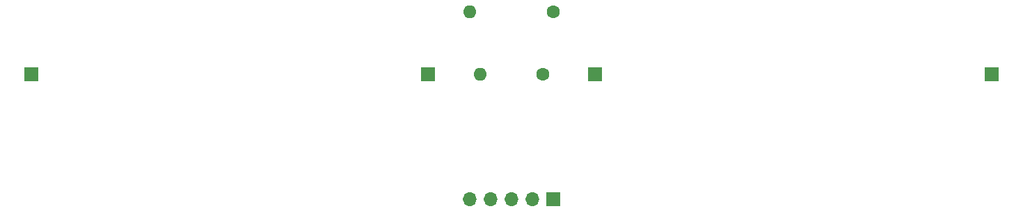
<source format=gbr>
%TF.GenerationSoftware,KiCad,Pcbnew,(6.0.5)*%
%TF.CreationDate,2022-08-08T19:37:45+02:00*%
%TF.ProjectId,Solar,536f6c61-722e-46b6-9963-61645f706362,rev?*%
%TF.SameCoordinates,Original*%
%TF.FileFunction,Copper,L2,Bot*%
%TF.FilePolarity,Positive*%
%FSLAX46Y46*%
G04 Gerber Fmt 4.6, Leading zero omitted, Abs format (unit mm)*
G04 Created by KiCad (PCBNEW (6.0.5)) date 2022-08-08 19:37:45*
%MOMM*%
%LPD*%
G01*
G04 APERTURE LIST*
%TA.AperFunction,ComponentPad*%
%ADD10R,1.700000X1.700000*%
%TD*%
%TA.AperFunction,ComponentPad*%
%ADD11O,1.700000X1.700000*%
%TD*%
%TA.AperFunction,ComponentPad*%
%ADD12C,1.600000*%
%TD*%
%TA.AperFunction,ComponentPad*%
%ADD13O,1.600000X1.600000*%
%TD*%
G04 APERTURE END LIST*
D10*
%TO.P,SolarPanelConnector1,1,Pin_1*%
%TO.N,Net-(R1-Pad2)*%
X149855000Y-119380000D03*
D11*
%TO.P,SolarPanelConnector1,2,Pin_2*%
X147315000Y-119380000D03*
%TO.P,SolarPanelConnector1,3,Pin_3*%
%TO.N,unconnected-(SolarPanelConnector1-Pad3)*%
X144775000Y-119380000D03*
%TO.P,SolarPanelConnector1,4,Pin_4*%
%TO.N,unconnected-(SolarPanelConnector1-Pad4)*%
X142235000Y-119380000D03*
%TO.P,SolarPanelConnector1,5,Pin_5*%
%TO.N,/Solar2Neg*%
X139695000Y-119380000D03*
%TD*%
D10*
%TO.P,Solar1conn1,1,Pin_1*%
%TO.N,/Solar1Pos*%
X203200000Y-104140000D03*
%TD*%
%TO.P,SolarJoin1,1,Pin_1*%
%TO.N,Net-(SC1-Pad2)*%
X134620000Y-104140000D03*
%TD*%
D12*
%TO.P,R1,1*%
%TO.N,/Solar1Pos*%
X149860000Y-96520000D03*
D13*
%TO.P,R1,2*%
%TO.N,Net-(R1-Pad2)*%
X139700000Y-96520000D03*
%TD*%
D10*
%TO.P,Solar2conn1,1,Pin_1*%
%TO.N,/Solar2Neg*%
X86360000Y-104140000D03*
%TD*%
%TO.P,SolarJoin2,1,Pin_1*%
%TO.N,Net-(SC1-Pad2)*%
X154940000Y-104140000D03*
%TD*%
D12*
%TO.P,R2,1*%
%TO.N,Net-(R1-Pad2)*%
X148590000Y-104140000D03*
D13*
%TO.P,R2,2*%
%TO.N,/Solar2Neg*%
X140970000Y-104140000D03*
%TD*%
M02*

</source>
